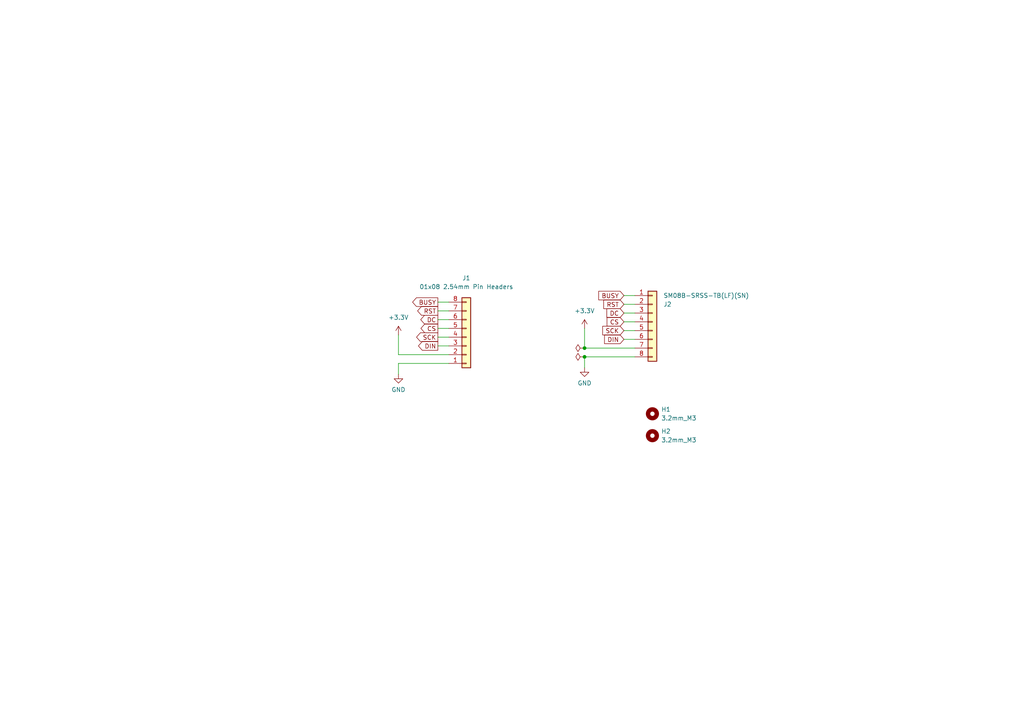
<source format=kicad_sch>
(kicad_sch (version 20211123) (generator eeschema)
  (paper "A4")
  (title_block (title "E-Paper Display Module Connector") (date "2022-07-17") (comment 2 "Author: Vincent Nguyen"))
  (lib_symbols
    (symbol "Connector_Generic:Conn_01x08" (pin_names (offset 1.016) hide)
      (property "Reference" "J" (at 0 10.16 0))
      (property "Value" "Conn_01x08" (at 0 -12.7 0))
      (symbol "Conn_01x08_1_1"
        (rectangle (start -1.27 -10.033) (end 0 -10.287) (stroke (width 0.1524)))
        (rectangle (start -1.27 -7.493) (end 0 -7.747) (stroke (width 0.1524)))
        (rectangle (start -1.27 -4.953) (end 0 -5.207) (stroke (width 0.1524)))
        (rectangle (start -1.27 -2.413) (end 0 -2.667) (stroke (width 0.1524)))
        (rectangle (start -1.27 0.127) (end 0 -0.127) (stroke (width 0.1524)))
        (rectangle (start -1.27 2.667) (end 0 2.413) (stroke (width 0.1524)))
        (rectangle (start -1.27 5.207) (end 0 4.953) (stroke (width 0.1524)))
        (rectangle (start -1.27 7.747) (end 0 7.493) (stroke (width 0.1524)))
        (rectangle (start -1.27 8.89) (end 1.27 -11.43) (stroke (width 0.254)) (fill (type background)))
        (pin passive line (at -5.08 7.62 0) (length 3.81) (name "Pin_1") (number "1"))
        (pin passive line (at -5.08 5.08 0) (length 3.81) (name "Pin_2") (number "2"))
        (pin passive line (at -5.08 2.54 0) (length 3.81) (name "Pin_3") (number "3"))
        (pin passive line (at -5.08 0 0) (length 3.81) (name "Pin_4") (number "4"))
        (pin passive line (at -5.08 -2.54 0) (length 3.81) (name "Pin_5") (number "5"))
        (pin passive line (at -5.08 -5.08 0) (length 3.81) (name "Pin_6") (number "6"))
        (pin passive line (at -5.08 -7.62 0) (length 3.81) (name "Pin_7") (number "7"))
        (pin passive line (at -5.08 -10.16 0) (length 3.81) (name "Pin_8") (number "8"))
      )
    )
    (symbol "Mechanical:MountingHole" (pin_names (offset 1.016))
      (property "Reference" "H" (at 0 5.08 0))
      (property "Value" "MountingHole" (at 0 3.175 0))
      (symbol "MountingHole_0_1"
        (circle (center 0 0) (radius 1.27) (stroke (width 1.27)))
      )
    )
    (symbol "power:+3.3V" (power) (pin_names (offset 0))
      (property "Value" "+3.3V" (at 0 3.556 0))
      (symbol "+3.3V_0_1"
        (polyline (pts (xy -0.762 1.27) (xy 0 2.54)))
        (polyline (pts (xy 0 0) (xy 0 2.54)))
        (polyline (pts (xy 0 2.54) (xy 0.762 1.27)))
      )
      (symbol "+3.3V_1_1"
        (pin power_in line (at 0 0 90) (length 0) hide (name "+3.3V") (number "1"))
      )
    )
    (symbol "power:GND" (power) (pin_names (offset 0))
      (property "Value" "GND" (at 0 -3.81 0))
      (symbol "GND_0_1"
        (polyline (pts (xy 0 0) (xy 0 -1.27) (xy 1.27 -1.27) (xy 0 -2.54) (xy -1.27 -1.27) (xy 0 -1.27)))
      )
      (symbol "GND_1_1"
        (pin power_in line (at 0 0 270) (length 0) hide (name "GND") (number "1"))
      )
    )
    (symbol "power:PWR_FLAG" (power) (pin_numbers hide) (pin_names (offset 0) hide)
      (property "Value" "PWR_FLAG" (at 0 3.81 0))
      (symbol "PWR_FLAG_0_0"
        (pin power_out line (at 0 0 90) (length 0) (name "pwr") (number "1"))
      )
      (symbol "PWR_FLAG_0_1"
        (polyline (pts (xy 0 0) (xy 0 1.27) (xy -1.016 1.905) (xy 0 2.54) (xy 1.016 1.905) (xy 0 1.27)))
      )
    )
  )
  (junction (at 169.545 100.965))
  (junction (at 169.545 103.505))
  (wire (pts (xy 115.57 108.585) (xy 115.57 105.41)))
  (wire (pts (xy 130.175 92.71) (xy 127 92.71)))
  (wire (pts (xy 184.15 88.265) (xy 180.975 88.265)))
  (wire (pts (xy 184.15 100.965) (xy 169.545 100.965)))
  (wire (pts (xy 184.15 95.885) (xy 180.975 95.885)))
  (wire (pts (xy 169.545 100.965) (xy 169.545 95.25)))
  (wire (pts (xy 169.545 106.68) (xy 169.545 103.505)))
  (wire (pts (xy 184.15 90.805) (xy 180.975 90.805)))
  (wire (pts (xy 169.545 103.505) (xy 184.15 103.505)))
  (wire (pts (xy 130.175 97.79) (xy 127 97.79)))
  (wire (pts (xy 130.175 95.25) (xy 127 95.25)))
  (wire (pts (xy 184.15 93.345) (xy 180.975 93.345)))
  (wire (pts (xy 184.15 98.425) (xy 180.975 98.425)))
  (wire (pts (xy 130.175 90.17) (xy 127 90.17)))
  (wire (pts (xy 184.15 85.725) (xy 180.975 85.725)))
  (wire (pts (xy 130.175 87.63) (xy 127 87.63)))
  (wire (pts (xy 115.57 102.87) (xy 115.57 97.155)))
  (wire (pts (xy 115.57 105.41) (xy 130.175 105.41)))
  (wire (pts (xy 130.175 102.87) (xy 115.57 102.87)))
  (wire (pts (xy 130.175 100.33) (xy 127 100.33)))
  (global_label "BUSY" (shape output) (at 127 87.63 180) (property "Intersheet References" "${INTERSHEET_REFS}" (effects hide)))
  (global_label "DC" (shape input) (at 180.975 90.805 180) (property "Intersheet References" "${INTERSHEET_REFS}" (effects hide)))
  (global_label "DC" (shape output) (at 127 92.71 180) (property "Intersheet References" "${INTERSHEET_REFS}" (effects hide)))
  (global_label "DIN" (shape input) (at 180.975 98.425 180) (property "Intersheet References" "${INTERSHEET_REFS}" (effects hide)))
  (global_label "CS" (shape input) (at 180.975 93.345 180) (property "Intersheet References" "${INTERSHEET_REFS}" (effects hide)))
  (global_label "SCK" (shape output) (at 127 97.79 180) (property "Intersheet References" "${INTERSHEET_REFS}" (effects hide)))
  (global_label "SCK" (shape input) (at 180.975 95.885 180) (property "Intersheet References" "${INTERSHEET_REFS}" (effects hide)))
  (global_label "DIN" (shape output) (at 127 100.33 180) (property "Intersheet References" "${INTERSHEET_REFS}" (effects hide)))
  (global_label "RST" (shape output) (at 127 90.17 180) (property "Intersheet References" "${INTERSHEET_REFS}" (effects hide)))
  (global_label "CS" (shape output) (at 127 95.25 180) (property "Intersheet References" "${INTERSHEET_REFS}" (effects hide)))
  (global_label "BUSY" (shape input) (at 180.975 85.725 180) (property "Intersheet References" "${INTERSHEET_REFS}" (effects hide)))
  (global_label "RST" (shape input) (at 180.975 88.265 180) (property "Intersheet References" "${INTERSHEET_REFS}" (effects hide)))
  (symbol (lib_id "Mechanical:MountingHole") (at 189.23 126.365 0) (unit 1)
    (property "Reference" "H2" (at 191.77 125.0949 0) (effects (justify left)))
    (property "Value" "3.2mm_M3" (at 191.77 127.6349 0) (effects (justify left)))
    (property "Footprint" "MountingHole:MountingHole_3.2mm_M3" (effects hide))
  )
  (symbol (lib_id "power:PWR_FLAG") (at 169.545 100.965 90) (unit 1)
    (property "Reference" "#FLG0102" (effects hide))
    (property "Value" "PWR_FLAG" (effects hide))
  )
  (symbol (lib_id "Connector_Generic:Conn_01x08") (at 135.255 97.79 0) (mirror x) (unit 1) (in_bom no)
    (property "Reference" "J1" (at 135.255 80.645 0))
    (property "Value" "01x08 2.54mm Pin Headers " (at 135.255 83.185 0))
    (property "Footprint" "Connector_PinHeader_2.54mm:PinHeader_1x08_P2.54mm_Vertical" (effects hide))
  )
  (symbol (lib_id "power:+3.3V") (at 115.57 97.155 0) (mirror y) (unit 1)
    (property "Reference" "#PWR01" (effects hide))
    (property "Value" "+3.3V" (at 115.57 92.075 0))
  )
  (symbol (lib_id "Connector_Generic:Conn_01x08") (at 189.23 93.345 0) (unit 1) (in_bom no)
    (property "Reference" "J2" (at 192.405 88.265 0) (effects (justify left)))
    (property "Value" "SM08B-SRSS-TB(LF)(SN)" (at 192.405 85.725 0) (effects (justify left)))
    (property "Footprint" "Connector_JST:JST_SH_SM08B-SRSS-TB_1x08-1MP_P1.00mm_Horizontal" (effects hide))
  )
  (symbol (lib_id "power:PWR_FLAG") (at 169.545 103.505 90) (unit 1)
    (property "Reference" "#FLG0101" (effects hide))
    (property "Value" "PWR_FLAG" (effects hide))
  )
  (symbol (lib_id "power:+3.3V") (at 169.545 95.25 0) (mirror y) (unit 1)
    (property "Reference" "#PWR03" (effects hide))
    (property "Value" "+3.3V" (at 169.545 90.17 0))
  )
  (symbol (lib_id "power:GND") (at 115.57 108.585 0) (mirror y) (unit 1)
    (property "Reference" "#PWR02" (effects hide))
    (property "Value" "GND" (at 115.57 113.03 0))
  )
  (symbol (lib_id "Mechanical:MountingHole") (at 189.23 120.015 0) (unit 1)
    (property "Reference" "H1" (at 191.77 118.7449 0) (effects (justify left)))
    (property "Value" "3.2mm_M3" (at 191.77 121.2849 0) (effects (justify left)))
    (property "Footprint" "MountingHole:MountingHole_3.2mm_M3" (effects hide))
  )
  (symbol (lib_id "power:GND") (at 169.545 106.68 0) (mirror y) (unit 1)
    (property "Reference" "#PWR04" (effects hide))
    (property "Value" "GND" (at 169.545 111.125 0))
  )
)
</source>
